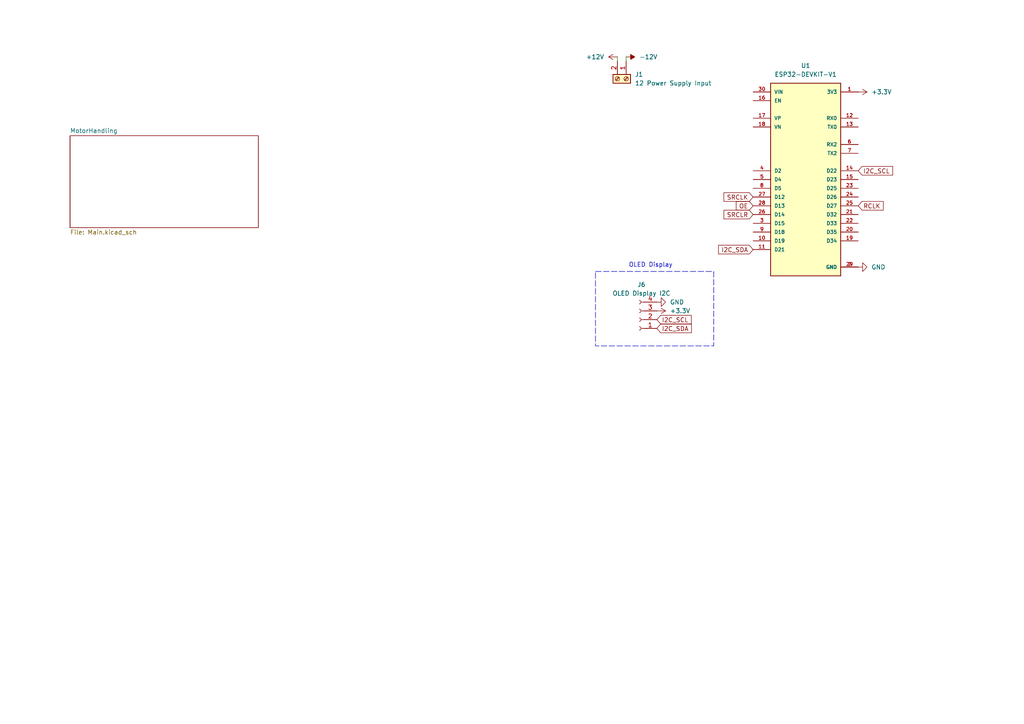
<source format=kicad_sch>
(kicad_sch (version 20250114) (generator "eeschema") (generator_version "9.0")
  (paper "A4")
  (lib_symbols
    (symbol "Connector:Conn_01x04_Socket" (pin_names (offset 1.016) (hide yes))
      (property "Reference" "J" (at 0 5.08 0))
      (property "Value" "Conn_01x04_Socket" (at 0 -7.62 0))
      (symbol "Conn_01x04_Socket_1_1"
        (polyline (pts (xy -1.27 2.54) (xy -0.508 2.54)) (stroke (width 0.1524)))
        (polyline (pts (xy -1.27 0) (xy -0.508 0)) (stroke (width 0.1524)))
        (polyline (pts (xy -1.27 -2.54) (xy -0.508 -2.54)) (stroke (width 0.1524)))
        (polyline (pts (xy -1.27 -5.08) (xy -0.508 -5.08)) (stroke (width 0.1524)))
        (arc (start 0 2.032) (mid -0.5058 2.54) (end 0 3.048) (stroke (width 0.1524)))
        (arc (start 0 -0.508) (mid -0.5058 0) (end 0 0.508) (stroke (width 0.1524)))
        (arc (start 0 -3.048) (mid -0.5058 -2.54) (end 0 -2.032) (stroke (width 0.1524)))
        (arc (start 0 -5.588) (mid -0.5058 -5.08) (end 0 -4.572) (stroke (width 0.1524)))
        (pin passive line (at -5.08 2.54 0) (length 3.81) (name "Pin_1") (number "1"))
        (pin passive line (at -5.08 0 0) (length 3.81) (name "Pin_2") (number "2"))
        (pin passive line (at -5.08 -2.54 0) (length 3.81) (name "Pin_3") (number "3"))
        (pin passive line (at -5.08 -5.08 0) (length 3.81) (name "Pin_4") (number "4"))
      )
    )
    (symbol "Connector:Screw_Terminal_01x02" (pin_names (offset 1.016) (hide yes))
      (property "Reference" "J" (at 0 2.54 0))
      (property "Value" "Screw_Terminal_01x02" (at 0 -5.08 0))
      (symbol "Screw_Terminal_01x02_1_1"
        (rectangle (start -1.27 1.27) (end 1.27 -3.81) (stroke (width 0.254)) (fill (type background)))
        (polyline (pts (xy -0.5334 0.3302) (xy 0.3302 -0.508)) (stroke (width 0.1524)))
        (polyline (pts (xy -0.5334 -2.2098) (xy 0.3302 -3.048)) (stroke (width 0.1524)))
        (polyline (pts (xy -0.3556 0.508) (xy 0.508 -0.3302)) (stroke (width 0.1524)))
        (polyline (pts (xy -0.3556 -2.032) (xy 0.508 -2.8702)) (stroke (width 0.1524)))
        (circle (center 0 0) (radius 0.635) (stroke (width 0.1524)))
        (circle (center 0 -2.54) (radius 0.635) (stroke (width 0.1524)))
        (pin passive line (at -5.08 0 0) (length 3.81) (name "Pin_1") (number "1"))
        (pin passive line (at -5.08 -2.54 0) (length 3.81) (name "Pin_2") (number "2"))
      )
    )
    (symbol "Esp32devkitv1:ESP32-DEVKIT-V1" (pin_names (offset 1.016))
      (property "Reference" "U" (at -10.16 30.48 0))
      (property "Value" "ESP32-DEVKIT-V1" (at -10.16 -30.48 0))
      (symbol "ESP32-DEVKIT-V1_0_0"
        (rectangle (start -10.16 -27.94) (end 10.16 27.94) (stroke (width 0.254)) (fill (type background)))
        (pin input line (at -15.24 25.4 0) (length 5.08) (name "VIN") (number "30"))
        (pin input line (at -15.24 22.86 0) (length 5.08) (name "EN") (number "16"))
        (pin bidirectional line (at -15.24 17.78 0) (length 5.08) (name "VP") (number "17"))
        (pin bidirectional line (at -15.24 15.24 0) (length 5.08) (name "VN") (number "18"))
        (pin bidirectional line (at -15.24 2.54 0) (length 5.08) (name "D2") (number "4"))
        (pin bidirectional line (at -15.24 0 0) (length 5.08) (name "D4") (number "5"))
        (pin bidirectional line (at -15.24 -2.54 0) (length 5.08) (name "D5") (number "8"))
        (pin bidirectional line (at -15.24 -5.08 0) (length 5.08) (name "D12") (number "27"))
        (pin bidirectional line (at -15.24 -7.62 0) (length 5.08) (name "D13") (number "28"))
        (pin bidirectional line (at -15.24 -10.16 0) (length 5.08) (name "D14") (number "26"))
        (pin bidirectional line (at -15.24 -12.7 0) (length 5.08) (name "D15") (number "3"))
        (pin bidirectional line (at -15.24 -15.24 0) (length 5.08) (name "D18") (number "9"))
        (pin bidirectional line (at -15.24 -17.78 0) (length 5.08) (name "D19") (number "10"))
        (pin bidirectional line (at -15.24 -20.32 0) (length 5.08) (name "D21") (number "11"))
        (pin output line (at 15.24 25.4 180) (length 5.08) (name "3V3") (number "1"))
        (pin input line (at 15.24 17.78 180) (length 5.08) (name "RX0") (number "12"))
        (pin output line (at 15.24 15.24 180) (length 5.08) (name "TX0") (number "13"))
        (pin input line (at 15.24 10.16 180) (length 5.08) (name "RX2") (number "6"))
        (pin output line (at 15.24 7.62 180) (length 5.08) (name "TX2") (number "7"))
        (pin bidirectional line (at 15.24 2.54 180) (length 5.08) (name "D22") (number "14"))
        (pin bidirectional line (at 15.24 0 180) (length 5.08) (name "D23") (number "15"))
        (pin bidirectional line (at 15.24 -2.54 180) (length 5.08) (name "D25") (number "23"))
        (pin bidirectional line (at 15.24 -5.08 180) (length 5.08) (name "D26") (number "24"))
        (pin bidirectional line (at 15.24 -7.62 180) (length 5.08) (name "D27") (number "25"))
        (pin bidirectional line (at 15.24 -10.16 180) (length 5.08) (name "D32") (number "21"))
        (pin bidirectional line (at 15.24 -12.7 180) (length 5.08) (name "D33") (number "22"))
        (pin bidirectional line (at 15.24 -15.24 180) (length 5.08) (name "D35") (number "20"))
        (pin bidirectional line (at 15.24 -17.78 180) (length 5.08) (name "D34") (number "19"))
        (pin power_in line (at 15.24 -25.4 180) (length 5.08) (name "GND") (number "2"))
        (pin power_in line (at 15.24 -25.4 180) (length 5.08) (name "GND") (number "29"))
      )
    )
    (symbol "power:+24V" (power) (pin_numbers (hide yes)) (pin_names (offset 0) (hide yes))
      (property "Value" "+24V" (at 0 3.556 0))
      (symbol "+24V_0_1"
        (polyline (pts (xy -0.762 1.27) (xy 0 2.54)))
        (polyline (pts (xy 0 2.54) (xy 0.762 1.27)))
        (polyline (pts (xy 0 0) (xy 0 2.54)))
      )
      (symbol "+24V_1_1"
        (pin power_in line (at 0 0 90) (length 0) (name "~") (number "1"))
      )
    )
    (symbol "power:+3.3V" (power) (pin_numbers (hide yes)) (pin_names (offset 0) (hide yes))
      (property "Value" "+3.3V" (at 0 3.556 0))
      (symbol "+3.3V_0_1"
        (polyline (pts (xy -0.762 1.27) (xy 0 2.54)))
        (polyline (pts (xy 0 2.54) (xy 0.762 1.27)))
        (polyline (pts (xy 0 0) (xy 0 2.54)))
      )
      (symbol "+3.3V_1_1"
        (pin power_in line (at 0 0 90) (length 0) (name "~") (number "1"))
      )
    )
    (symbol "power:-24V" (power) (pin_numbers (hide yes)) (pin_names (offset 0) (hide yes))
      (property "Value" "-24V" (at 0 3.556 0))
      (symbol "-24V_0_0"
        (pin power_in line (at 0 0 90) (length 0) (name "~") (number "1"))
      )
      (symbol "-24V_0_1"
        (polyline (pts (xy 0 0) (xy 0 1.27) (xy 0.762 1.27) (xy 0 2.54) (xy -0.762 1.27) (xy 0 1.27)) (fill (type outline)))
      )
    )
    (symbol "power:GND" (power) (pin_numbers (hide yes)) (pin_names (offset 0) (hide yes))
      (property "Value" "GND" (at 0 -3.81 0))
      (symbol "GND_0_1"
        (polyline (pts (xy 0 0) (xy 0 -1.27) (xy 1.27 -1.27) (xy 0 -2.54) (xy -1.27 -1.27) (xy 0 -1.27)))
      )
      (symbol "GND_1_1"
        (pin power_in line (at 0 0 270) (length 0) (name "~") (number "1"))
      )
    )
  )
  (rectangle (start 172.72 78.74) (end 207.01 100.33) (stroke (width 0) (type dash)))
  (text "OLED Display" (at 188.722 76.962 0) (effects (font (size 1.27 1.27))))
  (wire (pts (xy 179.07 16.51) (xy 179.07 17.78)))
  (wire (pts (xy 181.61 16.51) (xy 181.61 17.78)))
  (global_label "OE" (shape input) (at 218.44 59.69 180) (property "Intersheetrefs" "${INTERSHEET_REFS}" (effects (hide yes))))
  (global_label "I2C_SDA" (shape input) (at 190.5 95.25 0) (property "Intersheetrefs" "${INTERSHEET_REFS}" (effects (hide yes))))
  (global_label "SRCLR" (shape input) (at 218.44 62.23 180) (property "Intersheetrefs" "${INTERSHEET_REFS}" (effects (hide yes))))
  (global_label "RCLK" (shape input) (at 248.92 59.69 0) (property "Intersheetrefs" "${INTERSHEET_REFS}" (effects (hide yes))))
  (global_label "I2C_SCL" (shape input) (at 248.92 49.53 0) (property "Intersheetrefs" "${INTERSHEET_REFS}" (effects (hide yes))))
  (global_label "I2C_SCL" (shape input) (at 190.5 92.71 0) (property "Intersheetrefs" "${INTERSHEET_REFS}" (effects (hide yes))))
  (global_label "SRCLK" (shape input) (at 218.44 57.15 180) (property "Intersheetrefs" "${INTERSHEET_REFS}" (effects (hide yes))))
  (global_label "I2C_SDA" (shape input) (at 218.44 72.39 180) (property "Intersheetrefs" "${INTERSHEET_REFS}" (effects (hide yes))))
  (symbol (lib_id "power:+3.3V") (at 190.5 90.17 270) (unit 1)
    (property "Reference" "#PWR017" (effects (hide yes)))
    (property "Value" "+3.3V" (at 194.31 90.1699 90) (effects (justify left)))
    (property "Description" "Power symbol creates a global label with name \"+3.3V\"" (effects (hide yes)))
  )
  (symbol (lib_id "power:GND") (at 190.5 87.63 90) (unit 1)
    (property "Reference" "#PWR018" (effects (hide yes)))
    (property "Value" "GND" (at 194.31 87.6299 90) (effects (justify right)))
    (property "Description" "Power symbol creates a global label with name \"GND\" , ground" (effects (hide yes)))
  )
  (symbol (lib_id "power:+24V") (at 179.07 16.51 90) (unit 1)
    (property "Reference" "#PWR010" (effects (hide yes)))
    (property "Value" "+12V" (at 175.26 16.5099 90) (effects (justify left)))
    (property "Description" "Power symbol creates a global label with name \"+24V\"" (effects (hide yes)))
  )
  (symbol (lib_id "Connector:Conn_01x04_Socket") (at 185.42 92.71 180) (unit 1)
    (property "Reference" "J6" (at 186.055 82.55 0))
    (property "Value" "OLED Display I2C" (at 186.055 85.09 0))
    (property "Footprint" "Connector_PinSocket_2.54mm:PinSocket_1x04_P2.54mm_Vertical" (effects (hide yes)))
    (property "Description" "Generic connector, single row, 01x04, script generated" (effects (hide yes)))
  )
  (symbol (lib_id "Esp32devkitv1:ESP32-DEVKIT-V1") (at 233.68 52.07 0) (unit 1)
    (property "Reference" "U1" (at 233.68 19.05 0))
    (property "Value" "ESP32-DEVKIT-V1" (at 233.68 21.59 0))
    (property "Footprint" "Library:MODULE_ESP32_DEVKIT_V1" (effects (hide yes)))
    (property "MF" "Do it" (effects (hide yes)))
    (property "MAXIMUM_PACKAGE_HEIGHT" "6.8 mm" (effects (hide yes)))
    (property "Package" "None" (effects (hide yes)))
    (property "Price" "None" (effects (hide yes)))
    (property "Check_prices" "https://www.snapeda.com/parts/ESP32-DEVKIT-V1/Do+it/view-part/?ref=eda" (effects (hide yes)))
    (property "STANDARD" "Manufacturer Recommendations" (effects (hide yes)))
    (property "PARTREV" "N/A" (effects (hide yes)))
    (property "SnapEDA_Link" "https://www.snapeda.com/parts/ESP32-DEVKIT-V1/Do+it/view-part/?ref=snap" (effects (hide yes)))
    (property "MP" "ESP32-DEVKIT-V1" (effects (hide yes)))
    (property "Description_1" "Dual core, Wi-Fi: 2.4 GHz up to 150 Mbits/s,BLE (Bluetooth Low Energy) and legacy Bluetooth, 32 bits, Up to 240 MHz" (effects (hide yes)))
    (property "Availability" "Not in stock" (effects (hide yes)))
    (property "MANUFACTURER" "DOIT" (effects (hide yes)))
  )
  (symbol (lib_id "power:-24V") (at 181.61 16.51 270) (unit 1)
    (property "Reference" "#PWR011" (effects (hide yes)))
    (property "Value" "-12V" (at 185.42 16.5099 90) (effects (justify left)))
    (property "Description" "Power symbol creates a global label with name \"-24V\"" (effects (hide yes)))
  )
  (symbol (lib_id "power:GND") (at 248.92 77.47 90) (unit 1)
    (property "Reference" "#PWR02" (effects (hide yes)))
    (property "Value" "GND" (at 252.73 77.4699 90) (effects (justify right)))
    (property "Description" "Power symbol creates a global label with name \"GND\" , ground" (effects (hide yes)))
  )
  (symbol (lib_id "Connector:Screw_Terminal_01x02") (at 181.61 22.86 270) (unit 1)
    (property "Reference" "J1" (at 184.15 21.5899 90) (effects (justify left)))
    (property "Value" "12 Power Supply Input" (at 184.15 24.1299 90) (effects (justify left)))
    (property "Footprint" "TerminalBlock:TerminalBlock_Xinya_XY308-2.54-2P_1x02_P2.54mm_Horizontal" (effects (hide yes)))
    (property "Description" "Generic screw terminal, single row, 01x02, script generated (kicad-library-utils/schlib/autogen/connector/)" (effects (hide yes)))
  )
  (symbol (lib_id "power:+3.3V") (at 248.92 26.67 270) (unit 1)
    (property "Reference" "#PWR01" (effects (hide yes)))
    (property "Value" "+3.3V" (at 252.73 26.6699 90) (effects (justify left)))
    (property "Description" "Power symbol creates a global label with name \"+3.3V\"" (effects (hide yes)))
  )
  (sheet (at 20.32 39.37) (size 54.61 26.67) (stroke (width 0.1524))
    (property "Sheetname" "MotorHandling" (at 20.32 38.6584 0) (effects (justify left bottom)))
    (property "Sheetfile" "Main.kicad_sch" (at 20.32 66.6246 0) (effects (justify left top)))
  )
)
</source>
